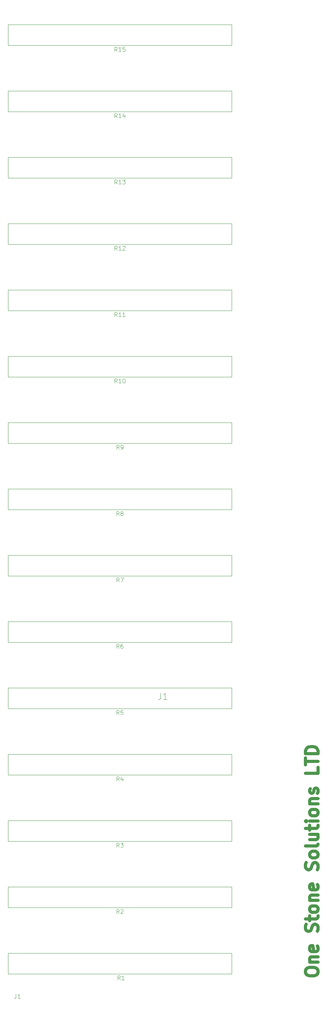
<source format=gbr>
%TF.GenerationSoftware,KiCad,Pcbnew,8.0.8*%
%TF.CreationDate,2025-05-07T18:07:23+01:00*%
%TF.ProjectId,OutputCompositeResistorSubcircuit2,4f757470-7574-4436-9f6d-706f73697465,rev?*%
%TF.SameCoordinates,Original*%
%TF.FileFunction,Legend,Top*%
%TF.FilePolarity,Positive*%
%FSLAX46Y46*%
G04 Gerber Fmt 4.6, Leading zero omitted, Abs format (unit mm)*
G04 Created by KiCad (PCBNEW 8.0.8) date 2025-05-07 18:07:23*
%MOMM*%
%LPD*%
G01*
G04 APERTURE LIST*
%ADD10C,0.100000*%
%ADD11C,0.750000*%
G04 APERTURE END LIST*
D10*
X82851503Y-191811228D02*
X82851503Y-192882657D01*
X82851503Y-192882657D02*
X82780074Y-193096942D01*
X82780074Y-193096942D02*
X82637217Y-193239800D01*
X82637217Y-193239800D02*
X82422931Y-193311228D01*
X82422931Y-193311228D02*
X82280074Y-193311228D01*
X84351503Y-193311228D02*
X83494360Y-193311228D01*
X83922931Y-193311228D02*
X83922931Y-191811228D01*
X83922931Y-191811228D02*
X83780074Y-192025514D01*
X83780074Y-192025514D02*
X83637217Y-192168371D01*
X83637217Y-192168371D02*
X83494360Y-192239800D01*
D11*
X117843857Y-259220864D02*
X117843857Y-258649436D01*
X117843857Y-258649436D02*
X117986714Y-258363721D01*
X117986714Y-258363721D02*
X118272428Y-258078007D01*
X118272428Y-258078007D02*
X118843857Y-257935150D01*
X118843857Y-257935150D02*
X119843857Y-257935150D01*
X119843857Y-257935150D02*
X120415285Y-258078007D01*
X120415285Y-258078007D02*
X120701000Y-258363721D01*
X120701000Y-258363721D02*
X120843857Y-258649436D01*
X120843857Y-258649436D02*
X120843857Y-259220864D01*
X120843857Y-259220864D02*
X120701000Y-259506579D01*
X120701000Y-259506579D02*
X120415285Y-259792293D01*
X120415285Y-259792293D02*
X119843857Y-259935150D01*
X119843857Y-259935150D02*
X118843857Y-259935150D01*
X118843857Y-259935150D02*
X118272428Y-259792293D01*
X118272428Y-259792293D02*
X117986714Y-259506579D01*
X117986714Y-259506579D02*
X117843857Y-259220864D01*
X118843857Y-256649436D02*
X120843857Y-256649436D01*
X119129571Y-256649436D02*
X118986714Y-256506579D01*
X118986714Y-256506579D02*
X118843857Y-256220864D01*
X118843857Y-256220864D02*
X118843857Y-255792293D01*
X118843857Y-255792293D02*
X118986714Y-255506579D01*
X118986714Y-255506579D02*
X119272428Y-255363722D01*
X119272428Y-255363722D02*
X120843857Y-255363722D01*
X120701000Y-252792293D02*
X120843857Y-253078007D01*
X120843857Y-253078007D02*
X120843857Y-253649436D01*
X120843857Y-253649436D02*
X120701000Y-253935150D01*
X120701000Y-253935150D02*
X120415285Y-254078007D01*
X120415285Y-254078007D02*
X119272428Y-254078007D01*
X119272428Y-254078007D02*
X118986714Y-253935150D01*
X118986714Y-253935150D02*
X118843857Y-253649436D01*
X118843857Y-253649436D02*
X118843857Y-253078007D01*
X118843857Y-253078007D02*
X118986714Y-252792293D01*
X118986714Y-252792293D02*
X119272428Y-252649436D01*
X119272428Y-252649436D02*
X119558142Y-252649436D01*
X119558142Y-252649436D02*
X119843857Y-254078007D01*
X120701000Y-249220864D02*
X120843857Y-248792293D01*
X120843857Y-248792293D02*
X120843857Y-248078007D01*
X120843857Y-248078007D02*
X120701000Y-247792293D01*
X120701000Y-247792293D02*
X120558142Y-247649435D01*
X120558142Y-247649435D02*
X120272428Y-247506578D01*
X120272428Y-247506578D02*
X119986714Y-247506578D01*
X119986714Y-247506578D02*
X119701000Y-247649435D01*
X119701000Y-247649435D02*
X119558142Y-247792293D01*
X119558142Y-247792293D02*
X119415285Y-248078007D01*
X119415285Y-248078007D02*
X119272428Y-248649435D01*
X119272428Y-248649435D02*
X119129571Y-248935150D01*
X119129571Y-248935150D02*
X118986714Y-249078007D01*
X118986714Y-249078007D02*
X118701000Y-249220864D01*
X118701000Y-249220864D02*
X118415285Y-249220864D01*
X118415285Y-249220864D02*
X118129571Y-249078007D01*
X118129571Y-249078007D02*
X117986714Y-248935150D01*
X117986714Y-248935150D02*
X117843857Y-248649435D01*
X117843857Y-248649435D02*
X117843857Y-247935150D01*
X117843857Y-247935150D02*
X117986714Y-247506578D01*
X118843857Y-246649435D02*
X118843857Y-245506578D01*
X117843857Y-246220864D02*
X120415285Y-246220864D01*
X120415285Y-246220864D02*
X120701000Y-246078007D01*
X120701000Y-246078007D02*
X120843857Y-245792292D01*
X120843857Y-245792292D02*
X120843857Y-245506578D01*
X120843857Y-244078006D02*
X120701000Y-244363721D01*
X120701000Y-244363721D02*
X120558142Y-244506578D01*
X120558142Y-244506578D02*
X120272428Y-244649435D01*
X120272428Y-244649435D02*
X119415285Y-244649435D01*
X119415285Y-244649435D02*
X119129571Y-244506578D01*
X119129571Y-244506578D02*
X118986714Y-244363721D01*
X118986714Y-244363721D02*
X118843857Y-244078006D01*
X118843857Y-244078006D02*
X118843857Y-243649435D01*
X118843857Y-243649435D02*
X118986714Y-243363721D01*
X118986714Y-243363721D02*
X119129571Y-243220864D01*
X119129571Y-243220864D02*
X119415285Y-243078006D01*
X119415285Y-243078006D02*
X120272428Y-243078006D01*
X120272428Y-243078006D02*
X120558142Y-243220864D01*
X120558142Y-243220864D02*
X120701000Y-243363721D01*
X120701000Y-243363721D02*
X120843857Y-243649435D01*
X120843857Y-243649435D02*
X120843857Y-244078006D01*
X118843857Y-241792292D02*
X120843857Y-241792292D01*
X119129571Y-241792292D02*
X118986714Y-241649435D01*
X118986714Y-241649435D02*
X118843857Y-241363720D01*
X118843857Y-241363720D02*
X118843857Y-240935149D01*
X118843857Y-240935149D02*
X118986714Y-240649435D01*
X118986714Y-240649435D02*
X119272428Y-240506578D01*
X119272428Y-240506578D02*
X120843857Y-240506578D01*
X120701000Y-237935149D02*
X120843857Y-238220863D01*
X120843857Y-238220863D02*
X120843857Y-238792292D01*
X120843857Y-238792292D02*
X120701000Y-239078006D01*
X120701000Y-239078006D02*
X120415285Y-239220863D01*
X120415285Y-239220863D02*
X119272428Y-239220863D01*
X119272428Y-239220863D02*
X118986714Y-239078006D01*
X118986714Y-239078006D02*
X118843857Y-238792292D01*
X118843857Y-238792292D02*
X118843857Y-238220863D01*
X118843857Y-238220863D02*
X118986714Y-237935149D01*
X118986714Y-237935149D02*
X119272428Y-237792292D01*
X119272428Y-237792292D02*
X119558142Y-237792292D01*
X119558142Y-237792292D02*
X119843857Y-239220863D01*
X120701000Y-234363720D02*
X120843857Y-233935149D01*
X120843857Y-233935149D02*
X120843857Y-233220863D01*
X120843857Y-233220863D02*
X120701000Y-232935149D01*
X120701000Y-232935149D02*
X120558142Y-232792291D01*
X120558142Y-232792291D02*
X120272428Y-232649434D01*
X120272428Y-232649434D02*
X119986714Y-232649434D01*
X119986714Y-232649434D02*
X119701000Y-232792291D01*
X119701000Y-232792291D02*
X119558142Y-232935149D01*
X119558142Y-232935149D02*
X119415285Y-233220863D01*
X119415285Y-233220863D02*
X119272428Y-233792291D01*
X119272428Y-233792291D02*
X119129571Y-234078006D01*
X119129571Y-234078006D02*
X118986714Y-234220863D01*
X118986714Y-234220863D02*
X118701000Y-234363720D01*
X118701000Y-234363720D02*
X118415285Y-234363720D01*
X118415285Y-234363720D02*
X118129571Y-234220863D01*
X118129571Y-234220863D02*
X117986714Y-234078006D01*
X117986714Y-234078006D02*
X117843857Y-233792291D01*
X117843857Y-233792291D02*
X117843857Y-233078006D01*
X117843857Y-233078006D02*
X117986714Y-232649434D01*
X120843857Y-230935148D02*
X120701000Y-231220863D01*
X120701000Y-231220863D02*
X120558142Y-231363720D01*
X120558142Y-231363720D02*
X120272428Y-231506577D01*
X120272428Y-231506577D02*
X119415285Y-231506577D01*
X119415285Y-231506577D02*
X119129571Y-231363720D01*
X119129571Y-231363720D02*
X118986714Y-231220863D01*
X118986714Y-231220863D02*
X118843857Y-230935148D01*
X118843857Y-230935148D02*
X118843857Y-230506577D01*
X118843857Y-230506577D02*
X118986714Y-230220863D01*
X118986714Y-230220863D02*
X119129571Y-230078006D01*
X119129571Y-230078006D02*
X119415285Y-229935148D01*
X119415285Y-229935148D02*
X120272428Y-229935148D01*
X120272428Y-229935148D02*
X120558142Y-230078006D01*
X120558142Y-230078006D02*
X120701000Y-230220863D01*
X120701000Y-230220863D02*
X120843857Y-230506577D01*
X120843857Y-230506577D02*
X120843857Y-230935148D01*
X120843857Y-228220862D02*
X120701000Y-228506577D01*
X120701000Y-228506577D02*
X120415285Y-228649434D01*
X120415285Y-228649434D02*
X117843857Y-228649434D01*
X118843857Y-225792291D02*
X120843857Y-225792291D01*
X118843857Y-227078005D02*
X120415285Y-227078005D01*
X120415285Y-227078005D02*
X120701000Y-226935148D01*
X120701000Y-226935148D02*
X120843857Y-226649433D01*
X120843857Y-226649433D02*
X120843857Y-226220862D01*
X120843857Y-226220862D02*
X120701000Y-225935148D01*
X120701000Y-225935148D02*
X120558142Y-225792291D01*
X118843857Y-224792290D02*
X118843857Y-223649433D01*
X117843857Y-224363719D02*
X120415285Y-224363719D01*
X120415285Y-224363719D02*
X120701000Y-224220862D01*
X120701000Y-224220862D02*
X120843857Y-223935147D01*
X120843857Y-223935147D02*
X120843857Y-223649433D01*
X120843857Y-222649433D02*
X118843857Y-222649433D01*
X117843857Y-222649433D02*
X117986714Y-222792290D01*
X117986714Y-222792290D02*
X118129571Y-222649433D01*
X118129571Y-222649433D02*
X117986714Y-222506576D01*
X117986714Y-222506576D02*
X117843857Y-222649433D01*
X117843857Y-222649433D02*
X118129571Y-222649433D01*
X120843857Y-220792290D02*
X120701000Y-221078005D01*
X120701000Y-221078005D02*
X120558142Y-221220862D01*
X120558142Y-221220862D02*
X120272428Y-221363719D01*
X120272428Y-221363719D02*
X119415285Y-221363719D01*
X119415285Y-221363719D02*
X119129571Y-221220862D01*
X119129571Y-221220862D02*
X118986714Y-221078005D01*
X118986714Y-221078005D02*
X118843857Y-220792290D01*
X118843857Y-220792290D02*
X118843857Y-220363719D01*
X118843857Y-220363719D02*
X118986714Y-220078005D01*
X118986714Y-220078005D02*
X119129571Y-219935148D01*
X119129571Y-219935148D02*
X119415285Y-219792290D01*
X119415285Y-219792290D02*
X120272428Y-219792290D01*
X120272428Y-219792290D02*
X120558142Y-219935148D01*
X120558142Y-219935148D02*
X120701000Y-220078005D01*
X120701000Y-220078005D02*
X120843857Y-220363719D01*
X120843857Y-220363719D02*
X120843857Y-220792290D01*
X118843857Y-218506576D02*
X120843857Y-218506576D01*
X119129571Y-218506576D02*
X118986714Y-218363719D01*
X118986714Y-218363719D02*
X118843857Y-218078004D01*
X118843857Y-218078004D02*
X118843857Y-217649433D01*
X118843857Y-217649433D02*
X118986714Y-217363719D01*
X118986714Y-217363719D02*
X119272428Y-217220862D01*
X119272428Y-217220862D02*
X120843857Y-217220862D01*
X120701000Y-215935147D02*
X120843857Y-215649433D01*
X120843857Y-215649433D02*
X120843857Y-215078004D01*
X120843857Y-215078004D02*
X120701000Y-214792290D01*
X120701000Y-214792290D02*
X120415285Y-214649433D01*
X120415285Y-214649433D02*
X120272428Y-214649433D01*
X120272428Y-214649433D02*
X119986714Y-214792290D01*
X119986714Y-214792290D02*
X119843857Y-215078004D01*
X119843857Y-215078004D02*
X119843857Y-215506576D01*
X119843857Y-215506576D02*
X119701000Y-215792290D01*
X119701000Y-215792290D02*
X119415285Y-215935147D01*
X119415285Y-215935147D02*
X119272428Y-215935147D01*
X119272428Y-215935147D02*
X118986714Y-215792290D01*
X118986714Y-215792290D02*
X118843857Y-215506576D01*
X118843857Y-215506576D02*
X118843857Y-215078004D01*
X118843857Y-215078004D02*
X118986714Y-214792290D01*
X120843857Y-209649433D02*
X120843857Y-211078005D01*
X120843857Y-211078005D02*
X117843857Y-211078005D01*
X117843857Y-209078005D02*
X117843857Y-207363720D01*
X120843857Y-208220862D02*
X117843857Y-208220862D01*
X120843857Y-206363720D02*
X117843857Y-206363720D01*
X117843857Y-206363720D02*
X117843857Y-205649434D01*
X117843857Y-205649434D02*
X117986714Y-205220863D01*
X117986714Y-205220863D02*
X118272428Y-204935148D01*
X118272428Y-204935148D02*
X118558142Y-204792291D01*
X118558142Y-204792291D02*
X119129571Y-204649434D01*
X119129571Y-204649434D02*
X119558142Y-204649434D01*
X119558142Y-204649434D02*
X120129571Y-204792291D01*
X120129571Y-204792291D02*
X120415285Y-204935148D01*
X120415285Y-204935148D02*
X120701000Y-205220863D01*
X120701000Y-205220863D02*
X120843857Y-205649434D01*
X120843857Y-205649434D02*
X120843857Y-206363720D01*
D10*
X72357142Y-36957419D02*
X72023809Y-36481228D01*
X71785714Y-36957419D02*
X71785714Y-35957419D01*
X71785714Y-35957419D02*
X72166666Y-35957419D01*
X72166666Y-35957419D02*
X72261904Y-36005038D01*
X72261904Y-36005038D02*
X72309523Y-36052657D01*
X72309523Y-36052657D02*
X72357142Y-36147895D01*
X72357142Y-36147895D02*
X72357142Y-36290752D01*
X72357142Y-36290752D02*
X72309523Y-36385990D01*
X72309523Y-36385990D02*
X72261904Y-36433609D01*
X72261904Y-36433609D02*
X72166666Y-36481228D01*
X72166666Y-36481228D02*
X71785714Y-36481228D01*
X73309523Y-36957419D02*
X72738095Y-36957419D01*
X73023809Y-36957419D02*
X73023809Y-35957419D01*
X73023809Y-35957419D02*
X72928571Y-36100276D01*
X72928571Y-36100276D02*
X72833333Y-36195514D01*
X72833333Y-36195514D02*
X72738095Y-36243133D01*
X74214285Y-35957419D02*
X73738095Y-35957419D01*
X73738095Y-35957419D02*
X73690476Y-36433609D01*
X73690476Y-36433609D02*
X73738095Y-36385990D01*
X73738095Y-36385990D02*
X73833333Y-36338371D01*
X73833333Y-36338371D02*
X74071428Y-36338371D01*
X74071428Y-36338371D02*
X74166666Y-36385990D01*
X74166666Y-36385990D02*
X74214285Y-36433609D01*
X74214285Y-36433609D02*
X74261904Y-36528847D01*
X74261904Y-36528847D02*
X74261904Y-36766942D01*
X74261904Y-36766942D02*
X74214285Y-36862180D01*
X74214285Y-36862180D02*
X74166666Y-36909800D01*
X74166666Y-36909800D02*
X74071428Y-36957419D01*
X74071428Y-36957419D02*
X73833333Y-36957419D01*
X73833333Y-36957419D02*
X73738095Y-36909800D01*
X73738095Y-36909800D02*
X73690476Y-36862180D01*
X72357142Y-52957419D02*
X72023809Y-52481228D01*
X71785714Y-52957419D02*
X71785714Y-51957419D01*
X71785714Y-51957419D02*
X72166666Y-51957419D01*
X72166666Y-51957419D02*
X72261904Y-52005038D01*
X72261904Y-52005038D02*
X72309523Y-52052657D01*
X72309523Y-52052657D02*
X72357142Y-52147895D01*
X72357142Y-52147895D02*
X72357142Y-52290752D01*
X72357142Y-52290752D02*
X72309523Y-52385990D01*
X72309523Y-52385990D02*
X72261904Y-52433609D01*
X72261904Y-52433609D02*
X72166666Y-52481228D01*
X72166666Y-52481228D02*
X71785714Y-52481228D01*
X73309523Y-52957419D02*
X72738095Y-52957419D01*
X73023809Y-52957419D02*
X73023809Y-51957419D01*
X73023809Y-51957419D02*
X72928571Y-52100276D01*
X72928571Y-52100276D02*
X72833333Y-52195514D01*
X72833333Y-52195514D02*
X72738095Y-52243133D01*
X74166666Y-52290752D02*
X74166666Y-52957419D01*
X73928571Y-51909800D02*
X73690476Y-52624085D01*
X73690476Y-52624085D02*
X74309523Y-52624085D01*
X72357142Y-68957419D02*
X72023809Y-68481228D01*
X71785714Y-68957419D02*
X71785714Y-67957419D01*
X71785714Y-67957419D02*
X72166666Y-67957419D01*
X72166666Y-67957419D02*
X72261904Y-68005038D01*
X72261904Y-68005038D02*
X72309523Y-68052657D01*
X72309523Y-68052657D02*
X72357142Y-68147895D01*
X72357142Y-68147895D02*
X72357142Y-68290752D01*
X72357142Y-68290752D02*
X72309523Y-68385990D01*
X72309523Y-68385990D02*
X72261904Y-68433609D01*
X72261904Y-68433609D02*
X72166666Y-68481228D01*
X72166666Y-68481228D02*
X71785714Y-68481228D01*
X73309523Y-68957419D02*
X72738095Y-68957419D01*
X73023809Y-68957419D02*
X73023809Y-67957419D01*
X73023809Y-67957419D02*
X72928571Y-68100276D01*
X72928571Y-68100276D02*
X72833333Y-68195514D01*
X72833333Y-68195514D02*
X72738095Y-68243133D01*
X73642857Y-67957419D02*
X74261904Y-67957419D01*
X74261904Y-67957419D02*
X73928571Y-68338371D01*
X73928571Y-68338371D02*
X74071428Y-68338371D01*
X74071428Y-68338371D02*
X74166666Y-68385990D01*
X74166666Y-68385990D02*
X74214285Y-68433609D01*
X74214285Y-68433609D02*
X74261904Y-68528847D01*
X74261904Y-68528847D02*
X74261904Y-68766942D01*
X74261904Y-68766942D02*
X74214285Y-68862180D01*
X74214285Y-68862180D02*
X74166666Y-68909800D01*
X74166666Y-68909800D02*
X74071428Y-68957419D01*
X74071428Y-68957419D02*
X73785714Y-68957419D01*
X73785714Y-68957419D02*
X73690476Y-68909800D01*
X73690476Y-68909800D02*
X73642857Y-68862180D01*
X72357142Y-84957419D02*
X72023809Y-84481228D01*
X71785714Y-84957419D02*
X71785714Y-83957419D01*
X71785714Y-83957419D02*
X72166666Y-83957419D01*
X72166666Y-83957419D02*
X72261904Y-84005038D01*
X72261904Y-84005038D02*
X72309523Y-84052657D01*
X72309523Y-84052657D02*
X72357142Y-84147895D01*
X72357142Y-84147895D02*
X72357142Y-84290752D01*
X72357142Y-84290752D02*
X72309523Y-84385990D01*
X72309523Y-84385990D02*
X72261904Y-84433609D01*
X72261904Y-84433609D02*
X72166666Y-84481228D01*
X72166666Y-84481228D02*
X71785714Y-84481228D01*
X73309523Y-84957419D02*
X72738095Y-84957419D01*
X73023809Y-84957419D02*
X73023809Y-83957419D01*
X73023809Y-83957419D02*
X72928571Y-84100276D01*
X72928571Y-84100276D02*
X72833333Y-84195514D01*
X72833333Y-84195514D02*
X72738095Y-84243133D01*
X73690476Y-84052657D02*
X73738095Y-84005038D01*
X73738095Y-84005038D02*
X73833333Y-83957419D01*
X73833333Y-83957419D02*
X74071428Y-83957419D01*
X74071428Y-83957419D02*
X74166666Y-84005038D01*
X74166666Y-84005038D02*
X74214285Y-84052657D01*
X74214285Y-84052657D02*
X74261904Y-84147895D01*
X74261904Y-84147895D02*
X74261904Y-84243133D01*
X74261904Y-84243133D02*
X74214285Y-84385990D01*
X74214285Y-84385990D02*
X73642857Y-84957419D01*
X73642857Y-84957419D02*
X74261904Y-84957419D01*
X72357142Y-100957419D02*
X72023809Y-100481228D01*
X71785714Y-100957419D02*
X71785714Y-99957419D01*
X71785714Y-99957419D02*
X72166666Y-99957419D01*
X72166666Y-99957419D02*
X72261904Y-100005038D01*
X72261904Y-100005038D02*
X72309523Y-100052657D01*
X72309523Y-100052657D02*
X72357142Y-100147895D01*
X72357142Y-100147895D02*
X72357142Y-100290752D01*
X72357142Y-100290752D02*
X72309523Y-100385990D01*
X72309523Y-100385990D02*
X72261904Y-100433609D01*
X72261904Y-100433609D02*
X72166666Y-100481228D01*
X72166666Y-100481228D02*
X71785714Y-100481228D01*
X73309523Y-100957419D02*
X72738095Y-100957419D01*
X73023809Y-100957419D02*
X73023809Y-99957419D01*
X73023809Y-99957419D02*
X72928571Y-100100276D01*
X72928571Y-100100276D02*
X72833333Y-100195514D01*
X72833333Y-100195514D02*
X72738095Y-100243133D01*
X74261904Y-100957419D02*
X73690476Y-100957419D01*
X73976190Y-100957419D02*
X73976190Y-99957419D01*
X73976190Y-99957419D02*
X73880952Y-100100276D01*
X73880952Y-100100276D02*
X73785714Y-100195514D01*
X73785714Y-100195514D02*
X73690476Y-100243133D01*
X72357142Y-116957419D02*
X72023809Y-116481228D01*
X71785714Y-116957419D02*
X71785714Y-115957419D01*
X71785714Y-115957419D02*
X72166666Y-115957419D01*
X72166666Y-115957419D02*
X72261904Y-116005038D01*
X72261904Y-116005038D02*
X72309523Y-116052657D01*
X72309523Y-116052657D02*
X72357142Y-116147895D01*
X72357142Y-116147895D02*
X72357142Y-116290752D01*
X72357142Y-116290752D02*
X72309523Y-116385990D01*
X72309523Y-116385990D02*
X72261904Y-116433609D01*
X72261904Y-116433609D02*
X72166666Y-116481228D01*
X72166666Y-116481228D02*
X71785714Y-116481228D01*
X73309523Y-116957419D02*
X72738095Y-116957419D01*
X73023809Y-116957419D02*
X73023809Y-115957419D01*
X73023809Y-115957419D02*
X72928571Y-116100276D01*
X72928571Y-116100276D02*
X72833333Y-116195514D01*
X72833333Y-116195514D02*
X72738095Y-116243133D01*
X73928571Y-115957419D02*
X74023809Y-115957419D01*
X74023809Y-115957419D02*
X74119047Y-116005038D01*
X74119047Y-116005038D02*
X74166666Y-116052657D01*
X74166666Y-116052657D02*
X74214285Y-116147895D01*
X74214285Y-116147895D02*
X74261904Y-116338371D01*
X74261904Y-116338371D02*
X74261904Y-116576466D01*
X74261904Y-116576466D02*
X74214285Y-116766942D01*
X74214285Y-116766942D02*
X74166666Y-116862180D01*
X74166666Y-116862180D02*
X74119047Y-116909800D01*
X74119047Y-116909800D02*
X74023809Y-116957419D01*
X74023809Y-116957419D02*
X73928571Y-116957419D01*
X73928571Y-116957419D02*
X73833333Y-116909800D01*
X73833333Y-116909800D02*
X73785714Y-116862180D01*
X73785714Y-116862180D02*
X73738095Y-116766942D01*
X73738095Y-116766942D02*
X73690476Y-116576466D01*
X73690476Y-116576466D02*
X73690476Y-116338371D01*
X73690476Y-116338371D02*
X73738095Y-116147895D01*
X73738095Y-116147895D02*
X73785714Y-116052657D01*
X73785714Y-116052657D02*
X73833333Y-116005038D01*
X73833333Y-116005038D02*
X73928571Y-115957419D01*
X72833333Y-132957419D02*
X72500000Y-132481228D01*
X72261905Y-132957419D02*
X72261905Y-131957419D01*
X72261905Y-131957419D02*
X72642857Y-131957419D01*
X72642857Y-131957419D02*
X72738095Y-132005038D01*
X72738095Y-132005038D02*
X72785714Y-132052657D01*
X72785714Y-132052657D02*
X72833333Y-132147895D01*
X72833333Y-132147895D02*
X72833333Y-132290752D01*
X72833333Y-132290752D02*
X72785714Y-132385990D01*
X72785714Y-132385990D02*
X72738095Y-132433609D01*
X72738095Y-132433609D02*
X72642857Y-132481228D01*
X72642857Y-132481228D02*
X72261905Y-132481228D01*
X73309524Y-132957419D02*
X73500000Y-132957419D01*
X73500000Y-132957419D02*
X73595238Y-132909800D01*
X73595238Y-132909800D02*
X73642857Y-132862180D01*
X73642857Y-132862180D02*
X73738095Y-132719323D01*
X73738095Y-132719323D02*
X73785714Y-132528847D01*
X73785714Y-132528847D02*
X73785714Y-132147895D01*
X73785714Y-132147895D02*
X73738095Y-132052657D01*
X73738095Y-132052657D02*
X73690476Y-132005038D01*
X73690476Y-132005038D02*
X73595238Y-131957419D01*
X73595238Y-131957419D02*
X73404762Y-131957419D01*
X73404762Y-131957419D02*
X73309524Y-132005038D01*
X73309524Y-132005038D02*
X73261905Y-132052657D01*
X73261905Y-132052657D02*
X73214286Y-132147895D01*
X73214286Y-132147895D02*
X73214286Y-132385990D01*
X73214286Y-132385990D02*
X73261905Y-132481228D01*
X73261905Y-132481228D02*
X73309524Y-132528847D01*
X73309524Y-132528847D02*
X73404762Y-132576466D01*
X73404762Y-132576466D02*
X73595238Y-132576466D01*
X73595238Y-132576466D02*
X73690476Y-132528847D01*
X73690476Y-132528847D02*
X73738095Y-132481228D01*
X73738095Y-132481228D02*
X73785714Y-132385990D01*
X72833333Y-148957419D02*
X72500000Y-148481228D01*
X72261905Y-148957419D02*
X72261905Y-147957419D01*
X72261905Y-147957419D02*
X72642857Y-147957419D01*
X72642857Y-147957419D02*
X72738095Y-148005038D01*
X72738095Y-148005038D02*
X72785714Y-148052657D01*
X72785714Y-148052657D02*
X72833333Y-148147895D01*
X72833333Y-148147895D02*
X72833333Y-148290752D01*
X72833333Y-148290752D02*
X72785714Y-148385990D01*
X72785714Y-148385990D02*
X72738095Y-148433609D01*
X72738095Y-148433609D02*
X72642857Y-148481228D01*
X72642857Y-148481228D02*
X72261905Y-148481228D01*
X73404762Y-148385990D02*
X73309524Y-148338371D01*
X73309524Y-148338371D02*
X73261905Y-148290752D01*
X73261905Y-148290752D02*
X73214286Y-148195514D01*
X73214286Y-148195514D02*
X73214286Y-148147895D01*
X73214286Y-148147895D02*
X73261905Y-148052657D01*
X73261905Y-148052657D02*
X73309524Y-148005038D01*
X73309524Y-148005038D02*
X73404762Y-147957419D01*
X73404762Y-147957419D02*
X73595238Y-147957419D01*
X73595238Y-147957419D02*
X73690476Y-148005038D01*
X73690476Y-148005038D02*
X73738095Y-148052657D01*
X73738095Y-148052657D02*
X73785714Y-148147895D01*
X73785714Y-148147895D02*
X73785714Y-148195514D01*
X73785714Y-148195514D02*
X73738095Y-148290752D01*
X73738095Y-148290752D02*
X73690476Y-148338371D01*
X73690476Y-148338371D02*
X73595238Y-148385990D01*
X73595238Y-148385990D02*
X73404762Y-148385990D01*
X73404762Y-148385990D02*
X73309524Y-148433609D01*
X73309524Y-148433609D02*
X73261905Y-148481228D01*
X73261905Y-148481228D02*
X73214286Y-148576466D01*
X73214286Y-148576466D02*
X73214286Y-148766942D01*
X73214286Y-148766942D02*
X73261905Y-148862180D01*
X73261905Y-148862180D02*
X73309524Y-148909800D01*
X73309524Y-148909800D02*
X73404762Y-148957419D01*
X73404762Y-148957419D02*
X73595238Y-148957419D01*
X73595238Y-148957419D02*
X73690476Y-148909800D01*
X73690476Y-148909800D02*
X73738095Y-148862180D01*
X73738095Y-148862180D02*
X73785714Y-148766942D01*
X73785714Y-148766942D02*
X73785714Y-148576466D01*
X73785714Y-148576466D02*
X73738095Y-148481228D01*
X73738095Y-148481228D02*
X73690476Y-148433609D01*
X73690476Y-148433609D02*
X73595238Y-148385990D01*
X72833333Y-164957419D02*
X72500000Y-164481228D01*
X72261905Y-164957419D02*
X72261905Y-163957419D01*
X72261905Y-163957419D02*
X72642857Y-163957419D01*
X72642857Y-163957419D02*
X72738095Y-164005038D01*
X72738095Y-164005038D02*
X72785714Y-164052657D01*
X72785714Y-164052657D02*
X72833333Y-164147895D01*
X72833333Y-164147895D02*
X72833333Y-164290752D01*
X72833333Y-164290752D02*
X72785714Y-164385990D01*
X72785714Y-164385990D02*
X72738095Y-164433609D01*
X72738095Y-164433609D02*
X72642857Y-164481228D01*
X72642857Y-164481228D02*
X72261905Y-164481228D01*
X73166667Y-163957419D02*
X73833333Y-163957419D01*
X73833333Y-163957419D02*
X73404762Y-164957419D01*
X72833333Y-180957419D02*
X72500000Y-180481228D01*
X72261905Y-180957419D02*
X72261905Y-179957419D01*
X72261905Y-179957419D02*
X72642857Y-179957419D01*
X72642857Y-179957419D02*
X72738095Y-180005038D01*
X72738095Y-180005038D02*
X72785714Y-180052657D01*
X72785714Y-180052657D02*
X72833333Y-180147895D01*
X72833333Y-180147895D02*
X72833333Y-180290752D01*
X72833333Y-180290752D02*
X72785714Y-180385990D01*
X72785714Y-180385990D02*
X72738095Y-180433609D01*
X72738095Y-180433609D02*
X72642857Y-180481228D01*
X72642857Y-180481228D02*
X72261905Y-180481228D01*
X73690476Y-179957419D02*
X73500000Y-179957419D01*
X73500000Y-179957419D02*
X73404762Y-180005038D01*
X73404762Y-180005038D02*
X73357143Y-180052657D01*
X73357143Y-180052657D02*
X73261905Y-180195514D01*
X73261905Y-180195514D02*
X73214286Y-180385990D01*
X73214286Y-180385990D02*
X73214286Y-180766942D01*
X73214286Y-180766942D02*
X73261905Y-180862180D01*
X73261905Y-180862180D02*
X73309524Y-180909800D01*
X73309524Y-180909800D02*
X73404762Y-180957419D01*
X73404762Y-180957419D02*
X73595238Y-180957419D01*
X73595238Y-180957419D02*
X73690476Y-180909800D01*
X73690476Y-180909800D02*
X73738095Y-180862180D01*
X73738095Y-180862180D02*
X73785714Y-180766942D01*
X73785714Y-180766942D02*
X73785714Y-180528847D01*
X73785714Y-180528847D02*
X73738095Y-180433609D01*
X73738095Y-180433609D02*
X73690476Y-180385990D01*
X73690476Y-180385990D02*
X73595238Y-180338371D01*
X73595238Y-180338371D02*
X73404762Y-180338371D01*
X73404762Y-180338371D02*
X73309524Y-180385990D01*
X73309524Y-180385990D02*
X73261905Y-180433609D01*
X73261905Y-180433609D02*
X73214286Y-180528847D01*
X72833333Y-196957419D02*
X72500000Y-196481228D01*
X72261905Y-196957419D02*
X72261905Y-195957419D01*
X72261905Y-195957419D02*
X72642857Y-195957419D01*
X72642857Y-195957419D02*
X72738095Y-196005038D01*
X72738095Y-196005038D02*
X72785714Y-196052657D01*
X72785714Y-196052657D02*
X72833333Y-196147895D01*
X72833333Y-196147895D02*
X72833333Y-196290752D01*
X72833333Y-196290752D02*
X72785714Y-196385990D01*
X72785714Y-196385990D02*
X72738095Y-196433609D01*
X72738095Y-196433609D02*
X72642857Y-196481228D01*
X72642857Y-196481228D02*
X72261905Y-196481228D01*
X73738095Y-195957419D02*
X73261905Y-195957419D01*
X73261905Y-195957419D02*
X73214286Y-196433609D01*
X73214286Y-196433609D02*
X73261905Y-196385990D01*
X73261905Y-196385990D02*
X73357143Y-196338371D01*
X73357143Y-196338371D02*
X73595238Y-196338371D01*
X73595238Y-196338371D02*
X73690476Y-196385990D01*
X73690476Y-196385990D02*
X73738095Y-196433609D01*
X73738095Y-196433609D02*
X73785714Y-196528847D01*
X73785714Y-196528847D02*
X73785714Y-196766942D01*
X73785714Y-196766942D02*
X73738095Y-196862180D01*
X73738095Y-196862180D02*
X73690476Y-196909800D01*
X73690476Y-196909800D02*
X73595238Y-196957419D01*
X73595238Y-196957419D02*
X73357143Y-196957419D01*
X73357143Y-196957419D02*
X73261905Y-196909800D01*
X73261905Y-196909800D02*
X73214286Y-196862180D01*
X72833333Y-244957419D02*
X72500000Y-244481228D01*
X72261905Y-244957419D02*
X72261905Y-243957419D01*
X72261905Y-243957419D02*
X72642857Y-243957419D01*
X72642857Y-243957419D02*
X72738095Y-244005038D01*
X72738095Y-244005038D02*
X72785714Y-244052657D01*
X72785714Y-244052657D02*
X72833333Y-244147895D01*
X72833333Y-244147895D02*
X72833333Y-244290752D01*
X72833333Y-244290752D02*
X72785714Y-244385990D01*
X72785714Y-244385990D02*
X72738095Y-244433609D01*
X72738095Y-244433609D02*
X72642857Y-244481228D01*
X72642857Y-244481228D02*
X72261905Y-244481228D01*
X73214286Y-244052657D02*
X73261905Y-244005038D01*
X73261905Y-244005038D02*
X73357143Y-243957419D01*
X73357143Y-243957419D02*
X73595238Y-243957419D01*
X73595238Y-243957419D02*
X73690476Y-244005038D01*
X73690476Y-244005038D02*
X73738095Y-244052657D01*
X73738095Y-244052657D02*
X73785714Y-244147895D01*
X73785714Y-244147895D02*
X73785714Y-244243133D01*
X73785714Y-244243133D02*
X73738095Y-244385990D01*
X73738095Y-244385990D02*
X73166667Y-244957419D01*
X73166667Y-244957419D02*
X73785714Y-244957419D01*
X72833333Y-212957419D02*
X72500000Y-212481228D01*
X72261905Y-212957419D02*
X72261905Y-211957419D01*
X72261905Y-211957419D02*
X72642857Y-211957419D01*
X72642857Y-211957419D02*
X72738095Y-212005038D01*
X72738095Y-212005038D02*
X72785714Y-212052657D01*
X72785714Y-212052657D02*
X72833333Y-212147895D01*
X72833333Y-212147895D02*
X72833333Y-212290752D01*
X72833333Y-212290752D02*
X72785714Y-212385990D01*
X72785714Y-212385990D02*
X72738095Y-212433609D01*
X72738095Y-212433609D02*
X72642857Y-212481228D01*
X72642857Y-212481228D02*
X72261905Y-212481228D01*
X73690476Y-212290752D02*
X73690476Y-212957419D01*
X73452381Y-211909800D02*
X73214286Y-212624085D01*
X73214286Y-212624085D02*
X73833333Y-212624085D01*
X47916666Y-264457419D02*
X47916666Y-265171704D01*
X47916666Y-265171704D02*
X47869047Y-265314561D01*
X47869047Y-265314561D02*
X47773809Y-265409800D01*
X47773809Y-265409800D02*
X47630952Y-265457419D01*
X47630952Y-265457419D02*
X47535714Y-265457419D01*
X48916666Y-265457419D02*
X48345238Y-265457419D01*
X48630952Y-265457419D02*
X48630952Y-264457419D01*
X48630952Y-264457419D02*
X48535714Y-264600276D01*
X48535714Y-264600276D02*
X48440476Y-264695514D01*
X48440476Y-264695514D02*
X48345238Y-264743133D01*
X72833333Y-228957419D02*
X72500000Y-228481228D01*
X72261905Y-228957419D02*
X72261905Y-227957419D01*
X72261905Y-227957419D02*
X72642857Y-227957419D01*
X72642857Y-227957419D02*
X72738095Y-228005038D01*
X72738095Y-228005038D02*
X72785714Y-228052657D01*
X72785714Y-228052657D02*
X72833333Y-228147895D01*
X72833333Y-228147895D02*
X72833333Y-228290752D01*
X72833333Y-228290752D02*
X72785714Y-228385990D01*
X72785714Y-228385990D02*
X72738095Y-228433609D01*
X72738095Y-228433609D02*
X72642857Y-228481228D01*
X72642857Y-228481228D02*
X72261905Y-228481228D01*
X73166667Y-227957419D02*
X73785714Y-227957419D01*
X73785714Y-227957419D02*
X73452381Y-228338371D01*
X73452381Y-228338371D02*
X73595238Y-228338371D01*
X73595238Y-228338371D02*
X73690476Y-228385990D01*
X73690476Y-228385990D02*
X73738095Y-228433609D01*
X73738095Y-228433609D02*
X73785714Y-228528847D01*
X73785714Y-228528847D02*
X73785714Y-228766942D01*
X73785714Y-228766942D02*
X73738095Y-228862180D01*
X73738095Y-228862180D02*
X73690476Y-228909800D01*
X73690476Y-228909800D02*
X73595238Y-228957419D01*
X73595238Y-228957419D02*
X73309524Y-228957419D01*
X73309524Y-228957419D02*
X73214286Y-228909800D01*
X73214286Y-228909800D02*
X73166667Y-228862180D01*
X73083333Y-260957419D02*
X72750000Y-260481228D01*
X72511905Y-260957419D02*
X72511905Y-259957419D01*
X72511905Y-259957419D02*
X72892857Y-259957419D01*
X72892857Y-259957419D02*
X72988095Y-260005038D01*
X72988095Y-260005038D02*
X73035714Y-260052657D01*
X73035714Y-260052657D02*
X73083333Y-260147895D01*
X73083333Y-260147895D02*
X73083333Y-260290752D01*
X73083333Y-260290752D02*
X73035714Y-260385990D01*
X73035714Y-260385990D02*
X72988095Y-260433609D01*
X72988095Y-260433609D02*
X72892857Y-260481228D01*
X72892857Y-260481228D02*
X72511905Y-260481228D01*
X74035714Y-260957419D02*
X73464286Y-260957419D01*
X73750000Y-260957419D02*
X73750000Y-259957419D01*
X73750000Y-259957419D02*
X73654762Y-260100276D01*
X73654762Y-260100276D02*
X73559524Y-260195514D01*
X73559524Y-260195514D02*
X73464286Y-260243133D01*
%TO.C,R15*%
X100000000Y-35500000D02*
X46000000Y-35500000D01*
X46000000Y-30500000D01*
X100000000Y-30500000D01*
X100000000Y-35500000D01*
%TO.C,R14*%
X46000000Y-46500000D02*
X100000000Y-46500000D01*
X100000000Y-51500000D01*
X46000000Y-51500000D01*
X46000000Y-46500000D01*
%TO.C,R13*%
X100000000Y-67500000D02*
X46000000Y-67500000D01*
X46000000Y-62500000D01*
X100000000Y-62500000D01*
X100000000Y-67500000D01*
%TO.C,R12*%
X46000000Y-78500000D02*
X100000000Y-78500000D01*
X100000000Y-83500000D01*
X46000000Y-83500000D01*
X46000000Y-78500000D01*
%TO.C,R11*%
X100000000Y-99500000D02*
X46000000Y-99500000D01*
X46000000Y-94500000D01*
X100000000Y-94500000D01*
X100000000Y-99500000D01*
%TO.C,R10*%
X100000000Y-115500000D02*
X46000000Y-115500000D01*
X46000000Y-110500000D01*
X100000000Y-110500000D01*
X100000000Y-115500000D01*
%TO.C,R9*%
X46000000Y-126500000D02*
X100000000Y-126500000D01*
X100000000Y-131500000D01*
X46000000Y-131500000D01*
X46000000Y-126500000D01*
%TO.C,R8*%
X100000000Y-147500000D02*
X46000000Y-147500000D01*
X46000000Y-142500000D01*
X100000000Y-142500000D01*
X100000000Y-147500000D01*
%TO.C,R7*%
X46000000Y-158500000D02*
X100000000Y-158500000D01*
X100000000Y-163500000D01*
X46000000Y-163500000D01*
X46000000Y-158500000D01*
%TO.C,R6*%
X100000000Y-179500000D02*
X46000000Y-179500000D01*
X46000000Y-174500000D01*
X100000000Y-174500000D01*
X100000000Y-179500000D01*
%TO.C,R5*%
X100000000Y-195500000D02*
X46000000Y-195500000D01*
X46000000Y-190500000D01*
X100000000Y-190500000D01*
X100000000Y-195500000D01*
%TO.C,R2*%
X46000000Y-238500000D02*
X100000000Y-238500000D01*
X100000000Y-243500000D01*
X46000000Y-243500000D01*
X46000000Y-238500000D01*
%TO.C,R4*%
X46000000Y-206500000D02*
X100000000Y-206500000D01*
X100000000Y-211500000D01*
X46000000Y-211500000D01*
X46000000Y-206500000D01*
%TO.C,R3*%
X100000000Y-227500000D02*
X46000000Y-227500000D01*
X46000000Y-222500000D01*
X100000000Y-222500000D01*
X100000000Y-227500000D01*
%TO.C,R1*%
X100000000Y-259500000D02*
X46000000Y-259500000D01*
X46000000Y-254500000D01*
X100000000Y-254500000D01*
X100000000Y-259500000D01*
%TD*%
M02*

</source>
